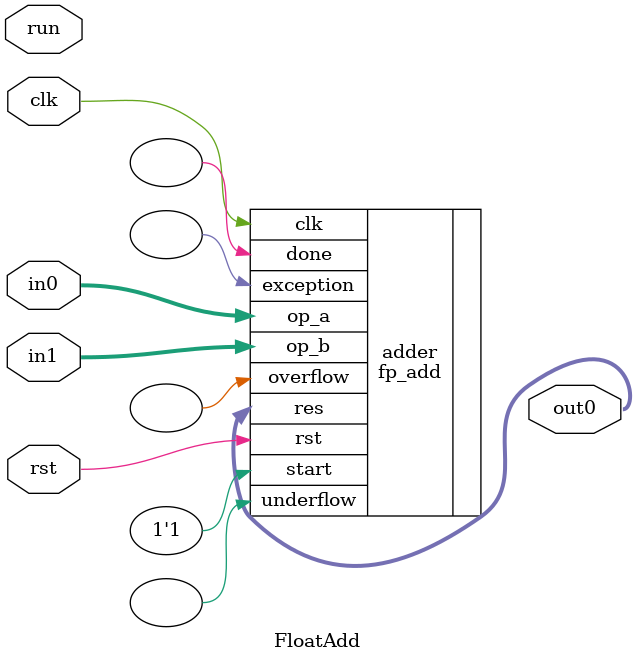
<source format=v>
`timescale 1ns / 1ps
`include "xversat.vh"

module FloatAdd #(
         parameter DATA_W = 32
              )
    (
    //control
    input                         clk,
    input                         rst,
    
    input                         run,
    
    //input / output data
    input [DATA_W-1:0]            in0,
    input [DATA_W-1:0]            in1,
    
    (* versat_latency = 5 *) output [DATA_W-1:0]       out0
    );

fp_add adder(
     .start(1'b1),
     .done(),

     .op_a(in0),
     .op_b(in1),

     .res(out0),

     .overflow(),
     .underflow(),
     .exception(),

     .clk(clk),
     .rst(rst)
     );

endmodule

</source>
